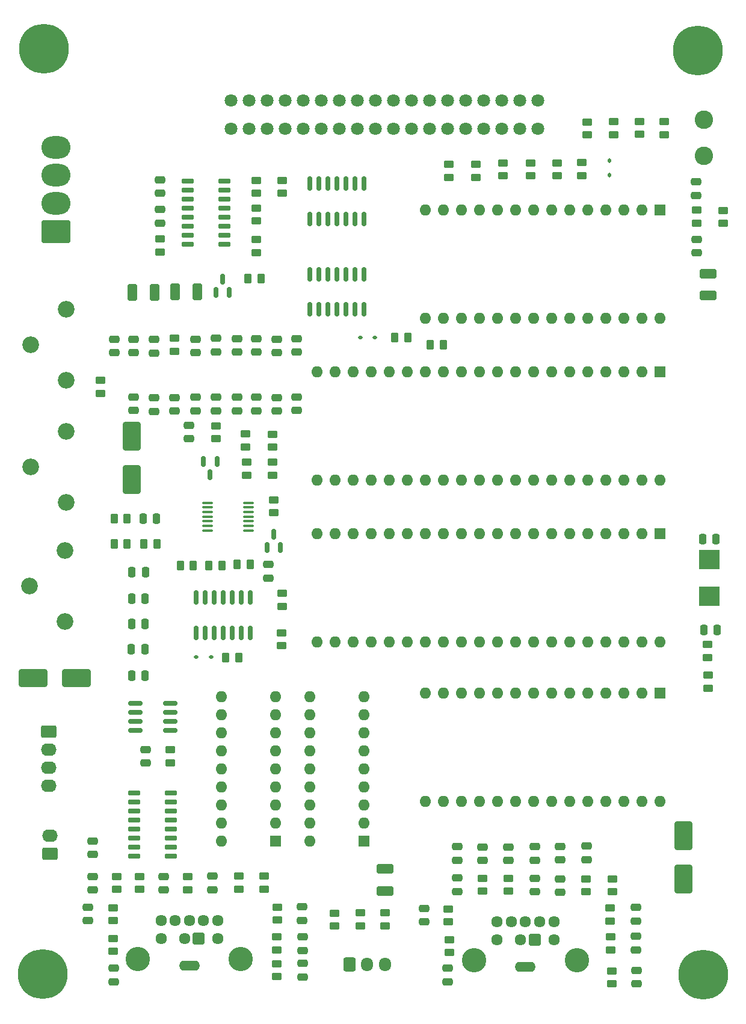
<source format=gbr>
%TF.GenerationSoftware,KiCad,Pcbnew,8.0.4*%
%TF.CreationDate,2024-08-19T15:35:32+02:00*%
%TF.ProjectId,LogicBoard 3GE,4c6f6769-6342-46f6-9172-64203347452e,rev?*%
%TF.SameCoordinates,Original*%
%TF.FileFunction,Soldermask,Top*%
%TF.FilePolarity,Negative*%
%FSLAX46Y46*%
G04 Gerber Fmt 4.6, Leading zero omitted, Abs format (unit mm)*
G04 Created by KiCad (PCBNEW 8.0.4) date 2024-08-19 15:35:32*
%MOMM*%
%LPD*%
G01*
G04 APERTURE LIST*
G04 Aperture macros list*
%AMRoundRect*
0 Rectangle with rounded corners*
0 $1 Rounding radius*
0 $2 $3 $4 $5 $6 $7 $8 $9 X,Y pos of 4 corners*
0 Add a 4 corners polygon primitive as box body*
4,1,4,$2,$3,$4,$5,$6,$7,$8,$9,$2,$3,0*
0 Add four circle primitives for the rounded corners*
1,1,$1+$1,$2,$3*
1,1,$1+$1,$4,$5*
1,1,$1+$1,$6,$7*
1,1,$1+$1,$8,$9*
0 Add four rect primitives between the rounded corners*
20,1,$1+$1,$2,$3,$4,$5,0*
20,1,$1+$1,$4,$5,$6,$7,0*
20,1,$1+$1,$6,$7,$8,$9,0*
20,1,$1+$1,$8,$9,$2,$3,0*%
G04 Aperture macros list end*
%ADD10C,7.000000*%
%ADD11O,1.600000X1.600000*%
%ADD12R,1.600000X1.600000*%
%ADD13RoundRect,0.250000X1.800000X-1.330000X1.800000X1.330000X-1.800000X1.330000X-1.800000X-1.330000X0*%
%ADD14O,4.100000X3.160000*%
%ADD15RoundRect,0.250000X0.925000X-0.412500X0.925000X0.412500X-0.925000X0.412500X-0.925000X-0.412500X0*%
%ADD16C,1.800000*%
%ADD17RoundRect,0.250000X-0.600000X-0.725000X0.600000X-0.725000X0.600000X0.725000X-0.600000X0.725000X0*%
%ADD18O,1.700000X1.950000*%
%ADD19C,2.340000*%
%ADD20C,3.420000*%
%ADD21O,2.934000X1.434000*%
%ADD22C,1.612000*%
%ADD23RoundRect,0.102000X-0.704000X-0.704000X0.704000X-0.704000X0.704000X0.704000X-0.704000X0.704000X0*%
%ADD24RoundRect,0.250000X-0.845000X0.620000X-0.845000X-0.620000X0.845000X-0.620000X0.845000X0.620000X0*%
%ADD25O,2.190000X1.740000*%
%ADD26RoundRect,0.250000X0.845000X-0.620000X0.845000X0.620000X-0.845000X0.620000X-0.845000X-0.620000X0*%
%ADD27C,2.600000*%
%ADD28RoundRect,0.250000X-0.450000X0.262500X-0.450000X-0.262500X0.450000X-0.262500X0.450000X0.262500X0*%
%ADD29RoundRect,0.250000X-0.475000X0.250000X-0.475000X-0.250000X0.475000X-0.250000X0.475000X0.250000X0*%
%ADD30RoundRect,0.250000X-1.000000X1.750000X-1.000000X-1.750000X1.000000X-1.750000X1.000000X1.750000X0*%
%ADD31RoundRect,0.250000X0.450000X-0.262500X0.450000X0.262500X-0.450000X0.262500X-0.450000X-0.262500X0*%
%ADD32RoundRect,0.112500X0.187500X0.112500X-0.187500X0.112500X-0.187500X-0.112500X0.187500X-0.112500X0*%
%ADD33RoundRect,0.250000X0.262500X0.450000X-0.262500X0.450000X-0.262500X-0.450000X0.262500X-0.450000X0*%
%ADD34RoundRect,0.250000X-0.925000X0.412500X-0.925000X-0.412500X0.925000X-0.412500X0.925000X0.412500X0*%
%ADD35RoundRect,0.112500X-0.187500X-0.112500X0.187500X-0.112500X0.187500X0.112500X-0.187500X0.112500X0*%
%ADD36RoundRect,0.250000X0.475000X-0.250000X0.475000X0.250000X-0.475000X0.250000X-0.475000X-0.250000X0*%
%ADD37RoundRect,0.112500X-0.112500X0.187500X-0.112500X-0.187500X0.112500X-0.187500X0.112500X0.187500X0*%
%ADD38RoundRect,0.250000X-0.250000X-0.475000X0.250000X-0.475000X0.250000X0.475000X-0.250000X0.475000X0*%
%ADD39RoundRect,0.150000X0.150000X-0.587500X0.150000X0.587500X-0.150000X0.587500X-0.150000X-0.587500X0*%
%ADD40RoundRect,0.250000X0.250000X0.475000X-0.250000X0.475000X-0.250000X-0.475000X0.250000X-0.475000X0*%
%ADD41RoundRect,0.250000X-0.262500X-0.450000X0.262500X-0.450000X0.262500X0.450000X-0.262500X0.450000X0*%
%ADD42RoundRect,0.150000X-0.150000X0.825000X-0.150000X-0.825000X0.150000X-0.825000X0.150000X0.825000X0*%
%ADD43RoundRect,0.250000X-0.412500X-0.925000X0.412500X-0.925000X0.412500X0.925000X-0.412500X0.925000X0*%
%ADD44RoundRect,0.150000X0.725000X0.150000X-0.725000X0.150000X-0.725000X-0.150000X0.725000X-0.150000X0*%
%ADD45RoundRect,0.150000X-0.150000X0.587500X-0.150000X-0.587500X0.150000X-0.587500X0.150000X0.587500X0*%
%ADD46RoundRect,0.150000X0.825000X0.150000X-0.825000X0.150000X-0.825000X-0.150000X0.825000X-0.150000X0*%
%ADD47RoundRect,0.250000X1.750000X1.000000X-1.750000X1.000000X-1.750000X-1.000000X1.750000X-1.000000X0*%
%ADD48RoundRect,0.100000X0.637500X0.100000X-0.637500X0.100000X-0.637500X-0.100000X0.637500X-0.100000X0*%
%ADD49R,3.000000X2.800000*%
G04 APERTURE END LIST*
D10*
%TO.C,MNT2*%
X146530000Y-162880000D03*
%TD*%
D11*
%TO.C,IC201*%
X140440000Y-138510000D03*
X137900000Y-138510000D03*
X135360000Y-138510000D03*
X132820000Y-138510000D03*
X130280000Y-138510000D03*
X127740000Y-138510000D03*
X125200000Y-138510000D03*
X122660000Y-138510000D03*
X120120000Y-138510000D03*
X117580000Y-138510000D03*
X115040000Y-138510000D03*
X112500000Y-138510000D03*
X109960000Y-138510000D03*
X107420000Y-138510000D03*
X107420000Y-123270000D03*
X109960000Y-123270000D03*
X112500000Y-123270000D03*
X115040000Y-123270000D03*
X117580000Y-123270000D03*
X120120000Y-123270000D03*
X122660000Y-123270000D03*
X125200000Y-123270000D03*
X127740000Y-123270000D03*
X130280000Y-123270000D03*
X132820000Y-123270000D03*
X135360000Y-123270000D03*
X137900000Y-123270000D03*
D12*
X140440000Y-123270000D03*
%TD*%
D13*
%TO.C,J204*%
X55455000Y-58310000D03*
D14*
X55455000Y-54350000D03*
X55455000Y-50390000D03*
X55455000Y-46430000D03*
%TD*%
D15*
%TO.C,C323*%
X101730000Y-151060000D03*
X101730000Y-147985000D03*
%TD*%
D10*
%TO.C,MNT4*%
X53550000Y-162790000D03*
%TD*%
D16*
%TO.C,J201*%
X123270000Y-39880000D03*
X123270000Y-43840000D03*
X120730000Y-39880000D03*
X120730000Y-43840000D03*
X118190000Y-39880000D03*
X118190000Y-43840000D03*
X115650000Y-39880000D03*
X115650000Y-43840000D03*
X113110000Y-39880000D03*
X113110000Y-43840000D03*
X110570000Y-39880000D03*
X110570000Y-43840000D03*
X108030000Y-39880000D03*
X108030000Y-43840000D03*
X105490000Y-39880000D03*
X105490000Y-43840000D03*
X102950000Y-39880000D03*
X102950000Y-43840000D03*
X100410000Y-39880000D03*
X100410000Y-43840000D03*
X97870000Y-39880000D03*
X97870000Y-43840000D03*
X95330000Y-39880000D03*
X95330000Y-43840000D03*
X92790000Y-39880000D03*
X92790000Y-43840000D03*
X90250000Y-39880000D03*
X90250000Y-43840000D03*
X87710000Y-39880000D03*
X87710000Y-43840000D03*
X85170000Y-39880000D03*
X85170000Y-43840000D03*
X82630000Y-39880000D03*
X82630000Y-43840000D03*
X80090000Y-39880000D03*
X80090000Y-43840000D03*
%TD*%
D17*
%TO.C,J304*%
X96720000Y-161390000D03*
D18*
X99220000Y-161390000D03*
X101720000Y-161390000D03*
%TD*%
D19*
%TO.C,R335*%
X56720000Y-113210000D03*
X51720000Y-108210000D03*
X56720000Y-103210000D03*
%TD*%
D10*
%TO.C,MNT1*%
X53750000Y-32590000D03*
%TD*%
D12*
%TO.C,IC208*%
X140440000Y-55280000D03*
D11*
X137900000Y-55280000D03*
X135360000Y-55280000D03*
X132820000Y-55280000D03*
X130280000Y-55280000D03*
X127740000Y-55280000D03*
X125200000Y-55280000D03*
X122660000Y-55280000D03*
X120120000Y-55280000D03*
X117580000Y-55280000D03*
X115040000Y-55280000D03*
X112500000Y-55280000D03*
X109960000Y-55280000D03*
X107420000Y-55280000D03*
X107420000Y-70520000D03*
X109960000Y-70520000D03*
X112500000Y-70520000D03*
X115040000Y-70520000D03*
X117580000Y-70520000D03*
X120120000Y-70520000D03*
X122660000Y-70520000D03*
X125200000Y-70520000D03*
X127740000Y-70520000D03*
X130280000Y-70520000D03*
X132820000Y-70520000D03*
X135360000Y-70520000D03*
X137900000Y-70520000D03*
X140440000Y-70520000D03*
%TD*%
D20*
%TO.C,J202*%
X81450000Y-160670000D03*
X66950000Y-160670000D03*
D21*
X74200000Y-161570000D03*
D22*
X70200000Y-155270000D03*
X72200000Y-155270000D03*
X78200000Y-155270000D03*
X70200000Y-157770000D03*
X74200000Y-155270000D03*
X76200000Y-155270000D03*
X78200000Y-157770000D03*
X73500000Y-157770000D03*
D23*
X75500000Y-157770000D03*
%TD*%
D10*
%TO.C,MNT3*%
X145730000Y-32830000D03*
%TD*%
D19*
%TO.C,R333*%
X56840000Y-96380000D03*
X51840000Y-91380000D03*
X56840000Y-86380000D03*
%TD*%
D24*
%TO.C,J301*%
X54370000Y-128670000D03*
D25*
X54370000Y-131210000D03*
X54370000Y-133750000D03*
X54370000Y-136290000D03*
%TD*%
D19*
%TO.C,R302*%
X56870000Y-79210000D03*
X51870000Y-74210000D03*
X56870000Y-69210000D03*
%TD*%
D26*
%TO.C,J302*%
X54550000Y-145870000D03*
D25*
X54550000Y-143330000D03*
%TD*%
D23*
%TO.C,J203*%
X122800000Y-157960000D03*
D22*
X120800000Y-157960000D03*
X125500000Y-157960000D03*
X123500000Y-155460000D03*
X121500000Y-155460000D03*
X117500000Y-157960000D03*
X125500000Y-155460000D03*
X119500000Y-155460000D03*
X117500000Y-155460000D03*
D21*
X121500000Y-161760000D03*
D20*
X114250000Y-160860000D03*
X128750000Y-160860000D03*
%TD*%
D27*
%TO.C,SW201*%
X146580000Y-47660000D03*
X146580000Y-42580000D03*
%TD*%
D28*
%TO.C,R327*%
X101720000Y-154165000D03*
X101720000Y-155990000D03*
%TD*%
%TO.C,R313*%
X130040000Y-149395000D03*
X130040000Y-151220000D03*
%TD*%
D29*
%TO.C,C232*%
X110560000Y-161970000D03*
X110560000Y-163870000D03*
%TD*%
%TO.C,C311*%
X126410000Y-149400000D03*
X126410000Y-151300000D03*
%TD*%
%TO.C,C209*%
X89300000Y-75260000D03*
X89300000Y-73360000D03*
%TD*%
D28*
%TO.C,R346*%
X137510000Y-42790000D03*
X137510000Y-44615000D03*
%TD*%
D29*
%TO.C,C302*%
X70105000Y-50997500D03*
X70105000Y-52897500D03*
%TD*%
D30*
%TO.C,C211*%
X143750000Y-143330000D03*
X143750000Y-149430000D03*
%TD*%
D28*
%TO.C,R226*%
X110750000Y-48865000D03*
X110750000Y-50690000D03*
%TD*%
D31*
%TO.C,R312*%
X133710000Y-149385000D03*
X133710000Y-151210000D03*
%TD*%
%TO.C,R341*%
X140980000Y-44675000D03*
X140980000Y-42850000D03*
%TD*%
D28*
%TO.C,R225*%
X133630000Y-164150000D03*
X133630000Y-162325000D03*
%TD*%
D32*
%TO.C,D301*%
X98230000Y-73210000D03*
X100330000Y-73210000D03*
%TD*%
D28*
%TO.C,R338*%
X83655000Y-51070000D03*
X83655000Y-52895000D03*
%TD*%
D33*
%TO.C,R314*%
X104920000Y-73170000D03*
X103095000Y-73170000D03*
%TD*%
D29*
%TO.C,C303*%
X70105000Y-55187500D03*
X70105000Y-57087500D03*
%TD*%
D28*
%TO.C,R224*%
X133490000Y-157560000D03*
X133490000Y-159385000D03*
%TD*%
D29*
%TO.C,C230*%
X63510000Y-163850000D03*
X63510000Y-161950000D03*
%TD*%
D33*
%TO.C,R320*%
X69620000Y-102210000D03*
X67795000Y-102210000D03*
%TD*%
D29*
%TO.C,C234*%
X80890000Y-83500000D03*
X80890000Y-81600000D03*
%TD*%
D34*
%TO.C,C228*%
X147240000Y-64225000D03*
X147240000Y-67300000D03*
%TD*%
D35*
%TO.C,D302*%
X75140000Y-118190000D03*
X77240000Y-118190000D03*
%TD*%
D29*
%TO.C,C204*%
X75090000Y-73460000D03*
X75090000Y-75360000D03*
%TD*%
D31*
%TO.C,R343*%
X125920000Y-50460000D03*
X125920000Y-48635000D03*
%TD*%
D28*
%TO.C,R322*%
X87240000Y-109195000D03*
X87240000Y-111020000D03*
%TD*%
%TO.C,R216*%
X82060000Y-88615000D03*
X82060000Y-86790000D03*
%TD*%
%TO.C,R339*%
X83655000Y-54985000D03*
X83655000Y-56810000D03*
%TD*%
D12*
%TO.C,IC207*%
X140440000Y-78030000D03*
D11*
X137900000Y-78030000D03*
X135360000Y-78030000D03*
X132820000Y-78030000D03*
X130280000Y-78030000D03*
X127740000Y-78030000D03*
X125200000Y-78030000D03*
X122660000Y-78030000D03*
X120120000Y-78030000D03*
X117580000Y-78030000D03*
X115040000Y-78030000D03*
X112500000Y-78030000D03*
X109960000Y-78030000D03*
X107420000Y-78030000D03*
X104880000Y-78030000D03*
X102340000Y-78030000D03*
X99800000Y-78030000D03*
X97260000Y-78030000D03*
X94720000Y-78030000D03*
X92180000Y-78030000D03*
X92180000Y-93270000D03*
X94720000Y-93270000D03*
X97260000Y-93270000D03*
X99800000Y-93270000D03*
X102340000Y-93270000D03*
X104880000Y-93270000D03*
X107420000Y-93270000D03*
X109960000Y-93270000D03*
X112500000Y-93270000D03*
X115040000Y-93270000D03*
X117580000Y-93270000D03*
X120120000Y-93270000D03*
X122660000Y-93270000D03*
X125200000Y-93270000D03*
X127740000Y-93270000D03*
X130280000Y-93270000D03*
X132820000Y-93270000D03*
X135360000Y-93270000D03*
X137900000Y-93270000D03*
X140440000Y-93270000D03*
%TD*%
D36*
%TO.C,C219*%
X90080000Y-153330000D03*
X90080000Y-155230000D03*
%TD*%
%TO.C,C328*%
X130100000Y-144790000D03*
X130100000Y-146690000D03*
%TD*%
D37*
%TO.C,D201*%
X133300000Y-48290000D03*
X133300000Y-50390000D03*
%TD*%
D36*
%TO.C,C314*%
X66330000Y-81580000D03*
X66330000Y-83480000D03*
%TD*%
D28*
%TO.C,R345*%
X133950000Y-42825000D03*
X133950000Y-44650000D03*
%TD*%
D36*
%TO.C,C218*%
X59880000Y-153380000D03*
X59880000Y-155280000D03*
%TD*%
%TO.C,C236*%
X83610000Y-83500000D03*
X83610000Y-81600000D03*
%TD*%
D28*
%TO.C,R210*%
X147220000Y-120715000D03*
X147220000Y-122540000D03*
%TD*%
%TO.C,R321*%
X87200000Y-114750000D03*
X87200000Y-116575000D03*
%TD*%
%TO.C,R218*%
X63490000Y-155280000D03*
X63490000Y-153455000D03*
%TD*%
D29*
%TO.C,C312*%
X85350000Y-105140000D03*
X85350000Y-107040000D03*
%TD*%
D36*
%TO.C,C229*%
X145540000Y-53190000D03*
X145540000Y-51290000D03*
%TD*%
D29*
%TO.C,C308*%
X70550000Y-149027500D03*
X70550000Y-150927500D03*
%TD*%
D28*
%TO.C,R220*%
X86530000Y-159385000D03*
X86530000Y-157560000D03*
%TD*%
D38*
%TO.C,C210*%
X146410000Y-101540000D03*
X148310000Y-101540000D03*
%TD*%
D39*
%TO.C,Q301*%
X86080000Y-100855000D03*
X87030000Y-102730000D03*
X85130000Y-102730000D03*
%TD*%
D40*
%TO.C,C304*%
X67950000Y-109940000D03*
X66050000Y-109940000D03*
%TD*%
D11*
%TO.C,IC204*%
X78670000Y-144070000D03*
X78670000Y-141530000D03*
X78670000Y-138990000D03*
X78670000Y-136450000D03*
X78670000Y-133910000D03*
X78670000Y-131370000D03*
X78670000Y-128830000D03*
X78670000Y-126290000D03*
X78670000Y-123750000D03*
X86290000Y-123750000D03*
X86290000Y-126290000D03*
X86290000Y-128830000D03*
X86290000Y-131370000D03*
X86290000Y-133910000D03*
X86290000Y-136450000D03*
X86290000Y-138990000D03*
X86290000Y-141530000D03*
D12*
X86290000Y-144070000D03*
%TD*%
D41*
%TO.C,R318*%
X80910000Y-105160000D03*
X82735000Y-105160000D03*
%TD*%
D42*
%TO.C,IC203*%
X98800000Y-64280000D03*
X97530000Y-64280000D03*
X96260000Y-64280000D03*
X94990000Y-64280000D03*
X93720000Y-64280000D03*
X92450000Y-64280000D03*
X91180000Y-64280000D03*
X91180000Y-69230000D03*
X92450000Y-69230000D03*
X93720000Y-69230000D03*
X94990000Y-69230000D03*
X96260000Y-69230000D03*
X97530000Y-69230000D03*
X98800000Y-69230000D03*
%TD*%
D29*
%TO.C,C233*%
X111880000Y-149250000D03*
X111880000Y-151150000D03*
%TD*%
D28*
%TO.C,R217*%
X85940000Y-86825000D03*
X85940000Y-88650000D03*
%TD*%
%TO.C,R340*%
X83655000Y-61230000D03*
X83655000Y-59405000D03*
%TD*%
D41*
%TO.C,R315*%
X79305000Y-118220000D03*
X81130000Y-118220000D03*
%TD*%
D31*
%TO.C,R336*%
X67150000Y-150870000D03*
X67150000Y-149045000D03*
%TD*%
D33*
%TO.C,R207*%
X109950000Y-74230000D03*
X108125000Y-74230000D03*
%TD*%
D28*
%TO.C,R309*%
X81180000Y-149015000D03*
X81180000Y-150840000D03*
%TD*%
D36*
%TO.C,C315*%
X68070000Y-133075000D03*
X68070000Y-131175000D03*
%TD*%
D28*
%TO.C,R344*%
X130170000Y-42875000D03*
X130170000Y-44700000D03*
%TD*%
D43*
%TO.C,C227*%
X72205000Y-66750000D03*
X75280000Y-66750000D03*
%TD*%
D36*
%TO.C,C320*%
X63600000Y-75360000D03*
X63600000Y-73460000D03*
%TD*%
D33*
%TO.C,R305*%
X84260000Y-64950000D03*
X82435000Y-64950000D03*
%TD*%
D28*
%TO.C,R201*%
X149340000Y-57130000D03*
X149340000Y-55305000D03*
%TD*%
D44*
%TO.C,IC301*%
X79105000Y-60115000D03*
X79105000Y-58845000D03*
X79105000Y-57575000D03*
X79105000Y-56305000D03*
X79105000Y-55035000D03*
X79105000Y-53765000D03*
X79105000Y-52495000D03*
X79105000Y-51225000D03*
X73955000Y-51225000D03*
X73955000Y-52495000D03*
X73955000Y-53765000D03*
X73955000Y-55035000D03*
X73955000Y-56305000D03*
X73955000Y-57575000D03*
X73955000Y-58845000D03*
X73955000Y-60115000D03*
%TD*%
D29*
%TO.C,C226*%
X77970000Y-81630000D03*
X77970000Y-83530000D03*
%TD*%
D36*
%TO.C,C324*%
X72120000Y-83540000D03*
X72120000Y-81640000D03*
%TD*%
D31*
%TO.C,R208*%
X145570000Y-57085000D03*
X145570000Y-55260000D03*
%TD*%
D45*
%TO.C,Q302*%
X78080000Y-90622500D03*
X76180000Y-90622500D03*
X77130000Y-92497500D03*
%TD*%
D28*
%TO.C,R311*%
X119080000Y-151115000D03*
X119080000Y-149290000D03*
%TD*%
D29*
%TO.C,C310*%
X122830000Y-151190000D03*
X122830000Y-149290000D03*
%TD*%
%TO.C,C203*%
X115420000Y-144900000D03*
X115420000Y-146800000D03*
%TD*%
D33*
%TO.C,R319*%
X65425000Y-98670000D03*
X63600000Y-98670000D03*
%TD*%
D28*
%TO.C,R205*%
X63490000Y-159595000D03*
X63490000Y-157770000D03*
%TD*%
%TO.C,R219*%
X86540000Y-155172500D03*
X86540000Y-153347500D03*
%TD*%
D29*
%TO.C,C215*%
X137010000Y-153420000D03*
X137010000Y-155320000D03*
%TD*%
%TO.C,C216*%
X137050000Y-157470000D03*
X137050000Y-159370000D03*
%TD*%
D28*
%TO.C,R332*%
X77910000Y-85645000D03*
X77910000Y-87470000D03*
%TD*%
D29*
%TO.C,C224*%
X145580000Y-59380000D03*
X145580000Y-61280000D03*
%TD*%
D28*
%TO.C,R222*%
X110620000Y-153635000D03*
X110620000Y-155460000D03*
%TD*%
D36*
%TO.C,C220*%
X90110000Y-157542500D03*
X90110000Y-159442500D03*
%TD*%
D40*
%TO.C,C222*%
X148480000Y-114360000D03*
X146580000Y-114360000D03*
%TD*%
D29*
%TO.C,C206*%
X80890000Y-73380000D03*
X80890000Y-75280000D03*
%TD*%
%TO.C,C223*%
X69250000Y-81680000D03*
X69250000Y-83580000D03*
%TD*%
%TO.C,C225*%
X75090000Y-81600000D03*
X75090000Y-83500000D03*
%TD*%
D39*
%TO.C,Q303*%
X77905000Y-66875000D03*
X79805000Y-66875000D03*
X78855000Y-65000000D03*
%TD*%
D36*
%TO.C,C208*%
X86530000Y-75360000D03*
X86530000Y-73460000D03*
%TD*%
%TO.C,C301*%
X86530000Y-83550000D03*
X86530000Y-81650000D03*
%TD*%
D29*
%TO.C,C214*%
X107210000Y-153555000D03*
X107210000Y-155455000D03*
%TD*%
D11*
%TO.C,IC205*%
X91170000Y-144070000D03*
X91170000Y-141530000D03*
X91170000Y-138990000D03*
X91170000Y-136450000D03*
X91170000Y-133910000D03*
X91170000Y-131370000D03*
X91170000Y-128830000D03*
X91170000Y-126290000D03*
X91170000Y-123750000D03*
X98790000Y-123750000D03*
X98790000Y-126290000D03*
X98790000Y-128830000D03*
X98790000Y-131370000D03*
X98790000Y-133910000D03*
X98790000Y-136450000D03*
X98790000Y-138990000D03*
X98790000Y-141530000D03*
D12*
X98790000Y-144070000D03*
%TD*%
D31*
%TO.C,R304*%
X70075000Y-61172500D03*
X70075000Y-59347500D03*
%TD*%
D28*
%TO.C,R221*%
X86520000Y-163132500D03*
X86520000Y-161307500D03*
%TD*%
D29*
%TO.C,C325*%
X60600000Y-144040000D03*
X60600000Y-145940000D03*
%TD*%
D36*
%TO.C,C221*%
X90120000Y-161290000D03*
X90120000Y-163190000D03*
%TD*%
D43*
%TO.C,C238*%
X69270000Y-66840000D03*
X66195000Y-66840000D03*
%TD*%
D29*
%TO.C,C207*%
X83610000Y-73360000D03*
X83610000Y-75260000D03*
%TD*%
D36*
%TO.C,C317*%
X111880000Y-146770000D03*
X111880000Y-144870000D03*
%TD*%
D31*
%TO.C,R203*%
X72090000Y-73330000D03*
X72090000Y-75155000D03*
%TD*%
%TO.C,R209*%
X147120000Y-118230000D03*
X147120000Y-116405000D03*
%TD*%
%TO.C,R303*%
X71500000Y-133050000D03*
X71500000Y-131225000D03*
%TD*%
D29*
%TO.C,C235*%
X122830000Y-144860000D03*
X122830000Y-146760000D03*
%TD*%
D38*
%TO.C,C307*%
X67970000Y-120770000D03*
X66070000Y-120770000D03*
%TD*%
D46*
%TO.C,IC304*%
X71510000Y-128475000D03*
X71510000Y-127205000D03*
X71510000Y-125935000D03*
X71510000Y-124665000D03*
X66560000Y-124665000D03*
X66560000Y-125935000D03*
X66560000Y-127205000D03*
X66560000Y-128475000D03*
%TD*%
D36*
%TO.C,C321*%
X119100000Y-146800000D03*
X119100000Y-144900000D03*
%TD*%
D28*
%TO.C,R214*%
X118320000Y-50460000D03*
X118320000Y-48635000D03*
%TD*%
D31*
%TO.C,R325*%
X82240000Y-92565000D03*
X82240000Y-90740000D03*
%TD*%
%TO.C,R342*%
X129410000Y-50410000D03*
X129410000Y-48585000D03*
%TD*%
D42*
%TO.C,IC202*%
X98760000Y-51550000D03*
X97490000Y-51550000D03*
X96220000Y-51550000D03*
X94950000Y-51550000D03*
X93680000Y-51550000D03*
X92410000Y-51550000D03*
X91140000Y-51550000D03*
X91140000Y-56500000D03*
X92410000Y-56500000D03*
X93680000Y-56500000D03*
X94950000Y-56500000D03*
X96220000Y-56500000D03*
X97490000Y-56500000D03*
X98760000Y-56500000D03*
%TD*%
D31*
%TO.C,R330*%
X98300000Y-155980000D03*
X98300000Y-154155000D03*
%TD*%
%TO.C,R323*%
X86100000Y-97875000D03*
X86100000Y-96050000D03*
%TD*%
D42*
%TO.C,IC303*%
X82750000Y-109820000D03*
X81480000Y-109820000D03*
X80210000Y-109820000D03*
X78940000Y-109820000D03*
X77670000Y-109820000D03*
X76400000Y-109820000D03*
X75130000Y-109820000D03*
X75130000Y-114770000D03*
X76400000Y-114770000D03*
X77670000Y-114770000D03*
X78940000Y-114770000D03*
X80210000Y-114770000D03*
X81480000Y-114770000D03*
X82750000Y-114770000D03*
%TD*%
D38*
%TO.C,C306*%
X67940000Y-117030000D03*
X66040000Y-117030000D03*
%TD*%
D36*
%TO.C,C316*%
X89300000Y-81590000D03*
X89300000Y-83490000D03*
%TD*%
D29*
%TO.C,C326*%
X74150000Y-85570000D03*
X74150000Y-87470000D03*
%TD*%
D38*
%TO.C,C305*%
X66070000Y-113470000D03*
X67970000Y-113470000D03*
%TD*%
D47*
%TO.C,C213*%
X58320000Y-121160000D03*
X52220000Y-121160000D03*
%TD*%
D36*
%TO.C,C237*%
X126380000Y-146730000D03*
X126380000Y-144830000D03*
%TD*%
D48*
%TO.C,IC305*%
X82490000Y-100370000D03*
X82490000Y-99720000D03*
X82490000Y-99070000D03*
X82490000Y-98420000D03*
X82490000Y-97770000D03*
X82490000Y-97120000D03*
X82490000Y-96470000D03*
X76765000Y-96470000D03*
X76765000Y-97120000D03*
X76765000Y-97770000D03*
X76765000Y-98420000D03*
X76765000Y-99070000D03*
X76765000Y-99720000D03*
X76765000Y-100370000D03*
%TD*%
D40*
%TO.C,C327*%
X68000000Y-106240000D03*
X66100000Y-106240000D03*
%TD*%
D44*
%TO.C,IC302*%
X71610000Y-146210000D03*
X71610000Y-144940000D03*
X71610000Y-143670000D03*
X71610000Y-142400000D03*
X71610000Y-141130000D03*
X71610000Y-139860000D03*
X71610000Y-138590000D03*
X71610000Y-137320000D03*
X66460000Y-137320000D03*
X66460000Y-138590000D03*
X66460000Y-139860000D03*
X66460000Y-141130000D03*
X66460000Y-142400000D03*
X66460000Y-143670000D03*
X66460000Y-144940000D03*
X66460000Y-146210000D03*
%TD*%
D28*
%TO.C,R301*%
X61680000Y-79235000D03*
X61680000Y-81060000D03*
%TD*%
D31*
%TO.C,R329*%
X94610000Y-156050000D03*
X94610000Y-154225000D03*
%TD*%
D28*
%TO.C,R324*%
X85920000Y-90760000D03*
X85920000Y-92585000D03*
%TD*%
D33*
%TO.C,R316*%
X74740000Y-105270000D03*
X72915000Y-105270000D03*
%TD*%
D28*
%TO.C,R215*%
X122240000Y-48635000D03*
X122240000Y-50460000D03*
%TD*%
D30*
%TO.C,C212*%
X66100000Y-87120000D03*
X66100000Y-93220000D03*
%TD*%
D41*
%TO.C,R334*%
X63630000Y-102220000D03*
X65455000Y-102220000D03*
%TD*%
D28*
%TO.C,R202*%
X87290000Y-51100000D03*
X87290000Y-52925000D03*
%TD*%
D40*
%TO.C,C313*%
X69580000Y-98670000D03*
X67680000Y-98670000D03*
%TD*%
D33*
%TO.C,R317*%
X78760000Y-105270000D03*
X76935000Y-105270000D03*
%TD*%
D28*
%TO.C,R206*%
X114550000Y-48855000D03*
X114550000Y-50680000D03*
%TD*%
D29*
%TO.C,C201*%
X66330000Y-75355000D03*
X66330000Y-73455000D03*
%TD*%
%TO.C,C309*%
X77470000Y-148997500D03*
X77470000Y-150897500D03*
%TD*%
D36*
%TO.C,C231*%
X60600000Y-150927500D03*
X60600000Y-149027500D03*
%TD*%
D31*
%TO.C,R204*%
X110820000Y-159770000D03*
X110820000Y-157945000D03*
%TD*%
D29*
%TO.C,C205*%
X77970000Y-73310000D03*
X77970000Y-75210000D03*
%TD*%
D28*
%TO.C,R223*%
X133410000Y-153477500D03*
X133410000Y-155302500D03*
%TD*%
D29*
%TO.C,C202*%
X69250000Y-73495000D03*
X69250000Y-75395000D03*
%TD*%
%TO.C,C217*%
X137140000Y-162270000D03*
X137140000Y-164170000D03*
%TD*%
D28*
%TO.C,R306*%
X63970000Y-149045000D03*
X63970000Y-150870000D03*
%TD*%
D12*
%TO.C,IC206*%
X140440000Y-100780000D03*
D11*
X137900000Y-100780000D03*
X135360000Y-100780000D03*
X132820000Y-100780000D03*
X130280000Y-100780000D03*
X127740000Y-100780000D03*
X125200000Y-100780000D03*
X122660000Y-100780000D03*
X120120000Y-100780000D03*
X117580000Y-100780000D03*
X115040000Y-100780000D03*
X112500000Y-100780000D03*
X109960000Y-100780000D03*
X107420000Y-100780000D03*
X104880000Y-100780000D03*
X102340000Y-100780000D03*
X99800000Y-100780000D03*
X97260000Y-100780000D03*
X94720000Y-100780000D03*
X92180000Y-100780000D03*
X92180000Y-116020000D03*
X94720000Y-116020000D03*
X97260000Y-116020000D03*
X99800000Y-116020000D03*
X102340000Y-116020000D03*
X104880000Y-116020000D03*
X107420000Y-116020000D03*
X109960000Y-116020000D03*
X112500000Y-116020000D03*
X115040000Y-116020000D03*
X117580000Y-116020000D03*
X120120000Y-116020000D03*
X122660000Y-116020000D03*
X125200000Y-116020000D03*
X127740000Y-116020000D03*
X130280000Y-116020000D03*
X132820000Y-116020000D03*
X135360000Y-116020000D03*
X137900000Y-116020000D03*
X140440000Y-116020000D03*
%TD*%
D28*
%TO.C,R308*%
X84730000Y-149015000D03*
X84730000Y-150840000D03*
%TD*%
D31*
%TO.C,R310*%
X115410000Y-151125000D03*
X115410000Y-149300000D03*
%TD*%
D49*
%TO.C,Y201*%
X147360000Y-104410000D03*
X147360000Y-109610000D03*
%TD*%
D28*
%TO.C,R307*%
X73960000Y-149085000D03*
X73960000Y-150910000D03*
%TD*%
M02*

</source>
